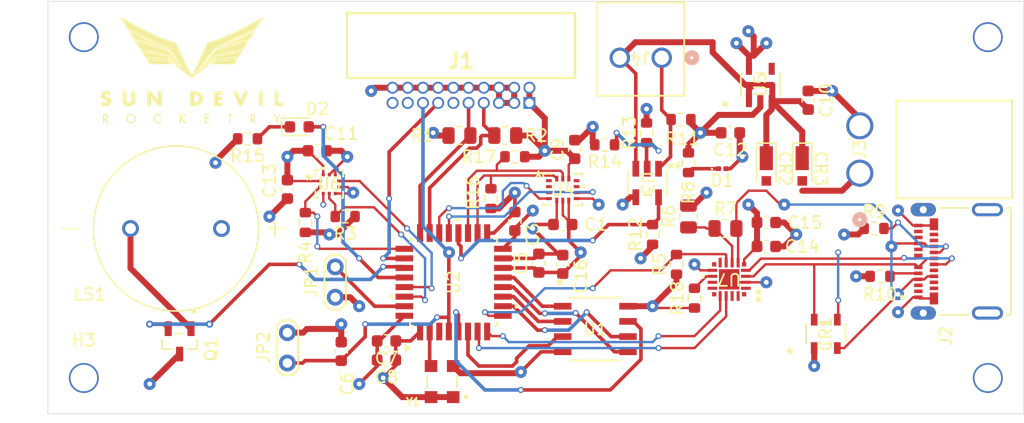
<source format=kicad_pcb>
(kicad_pcb (version 20241229) (generator "pcbnew") (generator_version "9.0")
  (layers (0 "F.Cu" signal) (4 "In1.Cu" power) (6 "In2.Cu" power) (2 "B.Cu" signal) (13 "F.Paste" user) (15 "B.Paste" user) (5 "F.SilkS" user "F.Silkscreen") (7 "B.SilkS" user "B.Silkscreen") (1 "F.Mask" user) (3 "B.Mask" user) (25 "Edge.Cuts" user))
  (net 0 "")
  (net 1 "OSC_IN")
  (net 3 "NRST")
  (net 4 "VIN")
  (net 5 "VBUS")
  (net 6 "DP+")
  (net 7 "DP-")
  (net 8 "LIPO_POWER")
  (net 9 "Net-(D1-K)")
  (net 10 "SWO")
  (net 12 "SWDIO")
  (net 15 "SWCLK")
  (net 26 "BOOT")
  (net 27 "BARO_SDA")
  (net 28 "BARO_SCK")
  (net 29 "Net-(U7-VBUS)")
  (net 30 "BRIDGE_RSTB")
  (net 31 "IMU_SDA")
  (net 32 "IMU_SCK")
  (net 33 "Net-(U7-WAKEUP)")
  (net 34 "FLASH_MOSI")
  (net 35 "FLASH_SCK")
  (net 36 "FLASH_CE")
  (net 37 "LIGHTS")
  (net 38 "FLASH_WP")
  (net 39 "Net-(D2-K)")
  (net 40 "Net-(J2-CC2)")
  (net 41 "FLASH_HOLD")
  (net 42 "FLASH_MISO")
  (net 43 "IMU_INT2")
  (net 45 "BRIDGE_RX")
  (net 47 "BARO_INT")
  (net 50 "IMU_INT1")
  (net 55 "BRIDGE_TX")
  (net 61 "Net-(Q1-D)")
  (net 62 "3.3V")
  (net 63 "GND")
  (net 64 "Net-(J2-CC1)")
  (net 65 "Net-(U3-+)")
  (net 66 "BUZZ")
  (net 67 "~{SWITCH}")
  (net 68 "Net-(U3--)")
  (footprint "Capacitor_SMD:C_0603_1608Metric" (layer "F.Cu") (at 125.5 103 -90)
    (property "Reference" "C16")
    (property "Value" "1uF" (hide yes))
  )
  (footprint "LED_SMD:LED_0201_0603Metric" (layer "F.Cu") (at 138.82 95)
    (property "Reference" "D1")
    (property "Value" "SML-LX1206GC-TR" (hide yes))
  )
  (footprint "Coolstuff:CONN2_647676-2_TEC" (layer "F.Cu") (at 150.305899 95.3751 90)
    (property "Reference" "J3")
    (property "Value" "647676-2")
  )
  (footprint "TestPoint:TestPoint_2Pads_Pitch2.54mm_Drill0.8mm" (layer "F.Cu") (at 106.5 105.75 90)
    (property "Reference" "JP1")
    (property "Value" "Jumper_2_Open" (hide yes))
  )
  (footprint "Capacitor_SMD:C_0603_1608Metric" (layer "F.Cu") (at 125.5 99.664401)
    (property "Reference" "C1")
    (property "Value" "100nF" (hide yes))
  )
  (footprint "Resistor_SMD:R_0603_1608Metric" (layer "F.Cu") (at 99.175 92.5 180)
    (property "Reference" "R15")
    (property "Value" "220" (hide yes))
  )
  (footprint "Capacitor_SMD:C_0603_1608Metric" (layer "F.Cu") (at 139.5 92 180)
    (property "Reference" "C12")
    (property "Value" "10uF" (hide yes))
  )
  (footprint "Capacitor_SMD:C_0603_1608Metric" (layer "F.Cu") (at 121.5 99.399999 -90)
    (property "Reference" "C3")
    (property "Value" "100nF" (hide yes))
  )
  (footprint "LED_SMD:LED_0603_1608Metric" (layer "F.Cu") (at 103.5 91.5)
    (property "Reference" "D2")
    (property "Value" "LED" (hide yes))
  )
  (footprint "Coolstuff:BMI323_BOS" (layer "F.Cu") (at 125.5 96.750001)
    (property "Reference" "U4")
    (property "Value" "BMI323")
  )
  (footprint "Capacitor_SMD:C_0603_1608Metric" (layer "F.Cu") (at 142.5 99.5)
    (property "Reference" "C15")
    (property "Value" "0.1uF" (hide yes))
  )
  (footprint "Capacitor_SMD:C_0603_1608Metric" (layer "F.Cu") (at 126.5 93.389401 90)
    (property "Reference" "C9")
    (property "Value" "100nF" (hide yes))
  )
  (footprint "Capacitor_SMD:C_0603_1608Metric" (layer "F.Cu") (at 123.5 102.899999 -90)
    (property "Reference" "C5")
    (property "Value" "10nF" (hide yes))
  )
  (footprint "Resistor_SMD:R_0603_1608Metric" (layer "F.Cu") (at 121.5 94)
    (property "Reference" "R17")
    (property "Value" "10k" (hide yes))
  )
  (footprint "Resistor_SMD:R_0603_1608Metric" (layer "F.Cu") (at 133 100.5 90)
    (property "Reference" "R12")
    (property "Value" "10k" (hide yes))
  )
  (footprint "Coolstuff:LQFP-32" (layer "F.Cu") (at 116.3852 104.5 90)
    (property "Reference" "U2")
    (property "Value" "STM32G441KBT6" (hide yes))
  )
  (footprint "Coolstuff:XDCR_AT-1438-TWT-R" (layer "F.Cu") (at 93.2 100 180)
    (property "Reference" "LS1")
    (property "Value" "AT-1438-TWT-R" (hide yes))
  )
  (footprint "Resistor_SMD:R_0805_2012Metric" (layer "F.Cu") (at 139.0875 100)
    (property "Reference" "R7")
    (property "Value" "22.1k" (hide yes))
  )
  (footprint "Resistor_SMD:R_0603_1608Metric" (layer "F.Cu") (at 104 99.5 90)
    (property "Reference" "R4")
    (property "Value" "4.7k" (hide yes))
  )
  (footprint "TestPoint:TestPoint_2Pads_Pitch2.54mm_Drill0.8mm" (layer "F.Cu") (at 102.5 111.25 90)
    (property "Reference" "JP2")
    (property "Value" "Jumper_2_Open" (hide yes))
  )
  (footprint "Resistor_SMD:R_0603_1608Metric" (layer "F.Cu") (at 107.325 99 180)
    (property "Reference" "R3")
    (property "Value" "4.7k" (hide yes))
  )
  (footprint "Capacitor_SMD:C_0603_1608Metric" (layer "F.Cu") (at 102.5 96.725 -90)
    (property "Reference" "C13")
    (property "Value" "100nF" (hide yes))
  )
  (footprint "Resistor_SMD:R_0805_2012Metric" (layer "F.Cu") (at 136 99 90)
    (property "Reference" "R6")
    (property "Value" "47.5k" (hide yes))
  )
  (footprint "Capacitor_SMD:C_0603_1608Metric" (layer "F.Cu") (at 107 110.275 90)
    (property "Reference" "C6")
    (property "Value" "0.1 uF" (hide yes))
  )
  (footprint "MountingHole:MountingHole_2.2mm_M2" (layer "F.Cu") (at 85.5 84)
    (property "Reference" "H4" (hide yes))
    (property "Value" "MountingHole" (hide yes))
  )
  (footprint "Resistor_SMD:R_0603_1608Metric" (layer "F.Cu") (at 152 104)
    (property "Reference" "R10")
    (property "Value" "5k" (hide yes))
  )
  (footprint "Resistor_SMD:R_0603_1608Metric" (layer "F.Cu") (at 135.374999 90.8876)
    (property "Reference" "R11")
    (property "Value" "10k" (hide yes))
  )
  (footprint "MountingHole:MountingHole_2.2mm_M2" (layer "F.Cu") (at 85.5 112.5)
    (property "Reference" "H3")
    (property "Value" "MountingHole" (hide yes))
  )
  (footprint "Resistor_SMD:R_0603_1608Metric" (layer "F.Cu") (at 129 93 180)
    (property "Reference" "R14")
    (property "Value" "10k" (hide yes))
  )
  (footprint "Devils20Pin:322020020000" (layer "F.Cu") (at 122.715 89.5 180)
    (property "Reference" "J1")
    (property "Value" "3220-20-0200-00" (hide yes))
  )
  (footprint "Coolstuff:CONN_1984617_PXC" (layer "F.Cu") (at 133.7666 85.725001 180)
    (property "Reference" "J4")
    (property "Value" "1984617")
  )
  (footprint "Resistor_SMD:R_0805_2012Metric" (layer "F.Cu") (at 116.8725 92.23)
    (property "Reference" "R1")
    (property "Value" "100k" (hide yes))
  )
  (footprint "Coolstuff:SOIC8_SA_SST_MCH" (layer "F.Cu") (at 128.22415 108.405)
    (property "Reference" "U1")
    (property "Value" "FLASH")
  )
  (footprint "Flight-Computer:Logo" (layer "F.Cu") (at 94.5 86.5)
    (property "Reference" "LOGO1" (hide yes))
    (property "Value" "Logo" (hide yes))
  )
  (footprint "Resistor_SMD:R_0603_1608Metric" (layer "F.Cu") (at 136 94.5 90)
    (property "Reference" "R8")
    (property "Value" "240" (hide yes))
  )
  (footprint "Coolstuff:TVS-SP05_LTF" (layer "F.Cu") (at 147.4652 108.81255 90)
    (property "Reference" "CR1")
    (property "Value" "SP0503BAHTG" (hide yes))
  )
  (footprint "Resistor_SMD:R_0805_2012Metric" (layer "F.Cu") (at 120.6975 92.23 180)
    (property "Reference" "R2")
    (property "Value" "100k" (hide yes))
  )
  (footprint "Capacitor_SMD:C_0603_1608Metric" (layer "F.Cu") (at 110.775 109.399999 180)
    (property "Reference" "C7")
    (property "Value" "100nF" (hide yes))
  )
  (footprint "Resistor_SMD:R_0603_1608Metric" (layer "F.Cu") (at 151.5 100)
    (property "Reference" "R9")
    (property "Value" "5k" (hide yes))
  )
  (footprint "Coolstuff:SOT23-5LD-PL-1_MCH" (layer "F.Cu") (at 142 88 90)
    (property "Reference" "U5")
    (property "Value" "MIC5501-3.0YM5-TR" (hide yes))
  )
  (footprint "Resistor_SMD:R_0603_1608Metric" (layer "F.Cu") (at 132.5 92 90)
    (property "Reference" "R13")
    (property "Value" "1k" (hide yes))
  )
  (footprint "Coolstuff:SOT23-5_STM" (layer "F.Cu") (at 132.549999 96.1938 -90)
    (property "Reference" "U3")
    (property "Value" "~")
  )
  (footprint "Capacitor_SMD:C_0603_1608Metric" (layer "F.Cu") (at 146 89.275 90)
    (property "Reference" "C10")
    (property "Value" "10uF" (hide yes))
  )
  (footprint "Coolstuff:QFN20_CP2102N_SIL" (layer "F.Cu") (at 139.397 104.250189 180)
    (property "Reference" "U7")
    (property "Value" "USB CHIP" (hide yes))
  )
  (footprint "Coolstuff:OSC_ECS-327TXO-33-TR" (layer "F.Cu") (at 115.425 112.8 180)
    (property "Reference" "Y1")
    (property "Value" "ECS-327TXO-33-TR" (hide yes))
  )
  (footprint "Coolstuff:SOT95P240X111-3N" (layer "F.Cu") (at 93.5 109.44 -90)
    (property "Reference" "Q1")
    (property "Value" "NMOS")
  )
  (footprint "Resistor_SMD:R_0603_1608Metric" (layer "F.Cu") (at 135 103 90)
    (property "Reference" "R5")
    (property "Value" "10k" (hide yes))
  )
  (footprint "Capacitor_SMD:C_0603_1608Metric" (layer "F.Cu") (at 142.5 101.5)
    (property "Reference" "C14")
    (property "Value" "4.7uF" (hide yes))
  )
  (footprint "Capacitor_SMD:C_0603_1608Metric" (layer "F.Cu") (at 110.775 111 180)
    (property "Reference" "C8")
    (property "Value" "4.7uF" (hide yes))
  )
  (footprint "Resistor_SMD:R_0603_1608Metric" (layer "F.Cu") (at 136.5 105.825 90)
    (property "Reference" "R18")
    (property "Value" "10k" (hide yes))
  )
  (footprint "Coolstuff:10LGA_2X2X0p75_BOS" (layer "F.Cu") (at 106.000001 96.2874)
    (property "Reference" "U6")
    (property "Value" "BMP390")
  )
  (footprint "Capacitor_SMD:C_0603_1608Metric" (layer "F.Cu") (at 105 93.5)
    (property "Reference" "C11")
    (property "Value" "100nF" (hide yes))
  )
  (footprint "Coolstuff:AMPHENOL_10152803-00011LF" (layer "F.Cu") (at 160.97 102.75 90)
    (property "Reference" "J2")
    (property "Value" "USB PLUG" (hide yes))
    (fp_line (start 4.62 -5.86) (end 4.62 -4.86) (stroke (width 0.01)) (layer "Edge.Cuts"))
    (fp_line (start -4.02 -5.86) (end -4.02 -4.86) (stroke (width 0.01)) (layer "Edge.Cuts"))
    (fp_line (start 4.02 -4.86) (end 4.02 -5.86) (stroke (width 0.01)) (layer "Edge.Cuts"))
    (fp_line (start -4.62 -4.86) (end -4.62 -5.86) (stroke (width 0.01)) (layer "Edge.Cuts"))
    (fp_arc (start 4.32 -6.16) (mid 4.532132 -6.072132) (end 4.62 -5.86) (stroke (width 0.01)) (layer "Edge.Cuts"))
    (fp_arc (start -4.32 -6.16) (mid -4.107868 -6.072132) (end -4.02 -5.86) (stroke (width 0.01)) (layer "Edge.Cuts"))
    (fp_arc (start 4.02 -5.86) (mid 4.107868 -6.072132) (end 4.32 -6.16) (stroke (width 0.01)) (layer "Edge.Cuts"))
    (fp_arc (start -4.62 -5.86) (mid -4.532132 -6.072132) (end -4.32 -6.16) (stroke (width 0.01)) (layer "Edge.Cuts"))
    (fp_arc (start 4.62 -4.86) (mid 4.532132 -4.647868) (end 4.32 -4.56) (stroke (width 0.01)) (layer "Edge.Cuts"))
    (fp_arc (start -4.02 -4.86) (mid -4.107868 -4.647868) (end -4.32 -4.56) (stroke (width 0.01)) (layer "Edge.Cuts"))
    (fp_arc (start 4.32 -4.56) (mid 4.107868 -4.647868) (end 4.02 -4.86) (stroke (width 0.01)) (layer "Edge.Cuts"))
    (fp_arc (start -4.32 -4.56) (mid -4.532132 -4.647868) (end -4.62 -4.86) (stroke (width 0.01)) (layer "Edge.Cuts"))
  )
  (footprint "MountingHole:MountingHole_2.2mm_M2" (layer "F.Cu") (at 161 112.5)
    (property "Reference" "H2" (hide yes))
    (property "Value" "MountingHole" (hide yes))
  )
  (footprint "Diode_SMD:D_MicroSMP_AK" (layer "F.Cu") (at 142.5 95 -90)
    (property "Reference" "CR2")
    (property "Value" "MSS1P3L-M3/89A")
  )
  (footprint "Diode_SMD:D_MicroSMP_AK" (layer "F.Cu") (at 145.5 95 -90)
    (property "Reference" "CR3")
    (property "Value" "MSS1P3L-M3/89A")
  )
  (footprint "Resistor_SMD:R_0603_1608Metric" (layer "F.Cu") (at 119.5 97.5 90)
    (property "Reference" "R16")
    (property "Value" "10k" (hide yes))
  )
  (footprint "MountingHole:MountingHole_2.2mm_M2" (layer "F.Cu") (at 161 84)
    (property "Reference" "H1" (hide yes))
    (property "Value" "MountingHole" (hide yes))
  )
  (gr_line (start 164 115.5) (end 164 81) (stroke (width 0.05)) (layer "Edge.Cuts"))
  (gr_line (start 82.5 115.5) (end 164 115.5) (stroke (width 0.05)) (layer "Edge.Cuts"))
  (gr_line (start 82.5 81) (end 82.5 115.5) (stroke (width 0.05)) (layer "Edge.Cuts"))
  (gr_line (start 164 81) (end 82.5 81) (stroke (width 0.05)) (layer "Edge.Cuts"))
  (segment (start 114.385199 111.385199) (end 114.5 111.5) (width 0.3) (layer "F.Cu") (net 1))
  (segment (start 114.385199 108.6148) (end 114.385199 111.385199) (width 0.3) (layer "F.Cu") (net 1))
  (segment (start 109 109.05) (end 109 108) (width 0.3) (layer "F.Cu") (net 3))
  (segment (start 115 107.428198) (end 115.913399 107.428198) (width 0.3) (layer "F.Cu") (net 3))
  (segment (start 107 111.05) (end 109 109.05) (width 0.3) (layer "F.Cu") (net 3))
  (segment (start 115.985201 108.6148) (end 115.985201 107.5) (width 0.3) (layer "F.Cu") (net 3))
  (segment (start 115.985201 102.014799) (end 116 102) (width 0.3) (layer "F.Cu") (net 3))
  (segment (start 115.913399 107.428198) (end 115.985201 107.5) (width 0.3) (layer "F.Cu") (net 3))
  (segment (start 103.775 111.25) (end 103.975 111.05) (width 0.3) (layer "F.Cu") (net 3))
  (segment (start 102.5 111.25) (end 103.775 111.25) (width 0.3) (layer "F.Cu") (net 3))
  (segment (start 103.975 111.05) (end 107 111.05) (width 0.3) (layer "F.Cu") (net 3))
  (segment (start 115.985201 107.5) (end 115.985201 102.014799) (width 0.3) (layer "F.Cu") (net 3))
  (via (at 109 108) (size 0.5) (drill 0.3) (layers "F.Cu" "B.Cu") (net 3))
  (via (at 116 102) (size 1) (drill 0.4) (layers "F.Cu" "B.Cu") (net 3))
  (via (at 115 107.428198) (size 0.5) (drill 0.3) (layers "F.Cu" "B.Cu") (net 3))
  (segment (start 109 108) (end 114.428198 108) (width 0.3) (layer "B.Cu") (net 3))
  (segment (start 114.428198 108) (end 115 107.428198) (width 0.3) (layer "B.Cu") (net 3))
  (segment (start 116 102) (end 113.825 99.825) (width 0.3) (layer "B.Cu") (net 3))
  (segment (start 113.825 99.825) (end 113.825 89.5) (width 0.3) (layer "B.Cu") (net 3))
  (segment (start 140.744899 88) (end 142 88) (width 0.5) (layer "F.Cu") (net 4))
  (segment (start 146 90.05) (end 145.30255 89.35255) (width 0.5) (layer "F.Cu") (net 4))
  (segment (start 145.5 91.9004) (end 145.497851 91.9004) (width 0.5) (layer "F.Cu") (net 4))
  (segment (start 143 89.302551) (end 142.950001 89.35255) (width 0.5) (layer "F.Cu") (net 4))
  (segment (start 138.022701 84.423101) (end 138.022701 85.277802) (width 0.5) (layer "F.Cu") (net 4))
  (segment (start 141.400899 88) (end 142 88) (width 0.5) (layer "F.Cu") (net 4))
  (segment (start 142 88) (end 143 88) (width 0.5) (layer "F.Cu") (net 4))
  (segment (start 138.022701 85.277802) (end 140.744899 88) (width 0.5) (layer "F.Cu") (net 4))
  (segment (start 131.568498 84.423101) (end 130.266598 85.725001) (width 0.5) (layer "F.Cu") (net 4))
  (segment (start 145.5 93.1585) (end 145.5 91.9004) (width 0.5) (layer "F.Cu") (net 4))
  (segment (start 131.599998 87.058401) (end 130.266598 85.725001) (width 0.3) (layer "F.Cu") (net 4))
  (segment (start 142.5 93.1585) (end 142.5 90.5004) (width 0.5) (layer "F.Cu") (net 4))
  (segment (start 138.022701 84.423101) (end 131.568498 84.423101) (width 0.5) (layer "F.Cu") (net 4))
  (segment (start 141.049999 89.35255) (end 141.049999 88.3509) (width 0.5) (layer "F.Cu") (net 4))
  (segment (start 142.5 90.5004) (end 142.950001 90.050399) (width 0.5) (layer "F.Cu") (net 4))
  (segment (start 131.599998 95) (end 131.599998 87.058401) (width 0.3) (layer "F.Cu") (net 4))
  (segment (start 143 88) (end 143 89.302551) (width 0.5) (layer "F.Cu") (net 4))
  (segment (start 145.497851 91.9004) (end 142.950001 89.35255) (width 0.5) (layer "F.Cu") (net 4))
  (segment (start 142.950001 90.050399) (end 142.950001 89.35255) (width 0.5) (layer "F.Cu") (net 4))
  (segment (start 145.30255 89.35255) (end 142.950001 89.35255) (width 0.5) (layer "F.Cu") (net 4))
  (segment (start 141.049999 88.3509) (end 141.400899 88) (width 0.5) (layer "F.Cu") (net 4))
  (segment (start 156.5 104) (end 155.95 104) (width 0.2) (layer "F.Cu") (net 5))
  (segment (start 155.2 101.25) (end 153.199 101.25) (width 0.2) (layer "F.Cu") (net 5))
  (segment (start 149 110) (end 153.5 105.5) (width 0.2) (layer "F.Cu") (net 5))
  (segment (start 155.2 104.25) (end 154.75 104.25) (width 0.2) (layer "F.Cu") (net 5))
  (segment (start 144 98) (end 143.6585 98) (width 0.2) (layer "F.Cu") (net 5))
  (segment (start 155.95 101.5) (end 155.7 101.25) (width 0.2) (layer "F.Cu") (net 5))
  (segment (start 156.5 101.5) (end 155.95 101.5) (width 0.2) (layer "F.Cu") (net 5))
  (segment (start 153.199 101.25) (end 152.949 101.5) (width 0.2) (layer "F.Cu") (net 5))
  (segment (start 148.4304 110) (end 149 110) (width 0.2) (layer "F.Cu") (net 5))
  (segment (start 140 100) (end 140.147189 100.147189) (width 0.2) (layer "F.Cu") (net 5))
  (segment (start 154.75 104.25) (end 153.5 105.5) (width 0.2) (layer "F.Cu") (net 5))
  (segment (start 143.6585 98) (end 142.5 96.8415) (width 0.2) (layer "F.Cu") (net 5))
  (segment (start 155.7 104.25) (end 155.2 104.25) (width 0.2) (layer "F.Cu") (net 5))
  (segment (start 141.025714 96.8415) (end 140 97.867214) (width 0.2) (layer "F.Cu") (net 5))
  (segment (start 142.5 96.8415) (end 141.025714 96.8415) (width 0.2) (layer "F.Cu") (net 5))
  (segment (start 155.95 104) (end 155.7 104.25) (width 0.2) (layer "F.Cu") (net 5))
  (segment (start 140.147189 100.147189) (end 140.147189 102.853189) (width 0.2) (layer "F.Cu") (net 5))
  (segment (start 155.7 101.25) (end 155.2 101.25) (width 0.2) (layer "F.Cu") (net 5))
  (segment (start 140 97.867214) (end 140 100) (width 0.2) (layer "F.Cu") (net 5))
  (via (at 152.949 101.5) (size 1) (drill 0.4) (layers "F.Cu" "B.Cu") (net 5))
  (via (at 144 98) (size 1) (drill 0.4) (layers "F.Cu" "B.Cu") (net 5))
  (via (at 153.5 105.5) (size 1) (drill 0.4) (layers "F.Cu" "B.Cu") (net 5))
  (segment (start 152.949 104.949) (end 152.949 101.5) (width 0.2) (layer "B.Cu") (net 5))
  (segment (start 152.949 101.5) (end 152.949 99.5) (width 0.2) (layer "B.Cu") (net 5))
  (segment (start 151.449 98) (end 144 98) (width 0.2) (layer "B.Cu") (net 5))
  (segment (start 153.5 105.5) (end 152.949 104.949) (width 0.2) (layer "B.Cu") (net 5))
  (segment (start 152.949 99.5) (end 151.449 98) (width 0.2) (layer "B.Cu") (net 5))
  (segment (start 146.5 103) (end 142.4294 103) (width 0.2) (layer "F.Cu") (net 6))
  (segment (start 142.4294 103) (end 141.429274 104.000126) (width 0.2) (layer "F.Cu") (net 6))
  (segment (start 156.5 102.5) (end 155.95 102.5) (width 0.2) (layer "F.Cu") (net 6))
  (segment (start 154.95 103) (end 146.5 103) (width 0.2) (layer "F.Cu") (net 6))
  (segment (start 146.5 107.6251) (end 146.5 103) (width 0.2) (layer "F.Cu") (net 6))
  (segment (start 155.2 103.25) (end 154.95 103) (width 0.2) (layer "F.Cu") (net 6))
  (segment (start 141.429274 104.000126) (end 140.794 104.000126) (width 0.2) (layer "F.Cu") (net 6))
  (segment (start 155.95 102.5) (end 155.2 103.25) (width 0.2) (layer "F.Cu") (net 6))
  (segment (start 155.2 102.25) (end 154.928672 102.521328) (width 0.2) (layer "F.Cu") (net 7))
  (segment (start 142.052072 102.521328) (end 141.0734 103.5) (width 0.2) (layer "F.Cu") (net 7))
  (segment (start 148.5 107.5555) (end 148.4304 107.6251) (width 0.2) (layer "F.Cu") (net 7))
  (segment (start 148.5 102.521328) (end 148.5 102) (width 0.2) (layer "F.Cu") (net 7))
  (segment (start 157.5 103) (end 158 102.5) (width 0.2) (layer "F.Cu") (net 7))
  (segment (start 154.928672 102.521328) (end 148.5 102.521328) (width 0.2) (layer "F.Cu") (net 7))
  (segment (start 156.5 103) (end 157.5 103) (width 0.2) (layer "F.Cu") (net 7))
  (segment (start 148.5 102.521328) (end 142.052072 102.521328) (width 0.2) (layer "F.Cu") (net 7))
  (segment (start 141.0734 103.5) (end 140.794 103.5) (width 0.2) (layer "F.Cu") (net 7))
  (segment (start 148.5 106) (end 148.5 107.5555) (width 0.2) (layer "F.Cu") (net 7))
  (via (at 158 102.5) (size 0.5) (drill 0.3) (layers "F.Cu" "B.Cu") (net 7))
  (via (at 148.5 102) (size 0.5) (drill 0.3) (layers "F.Cu" "B.Cu") (net 7))
  (via (at 154 102.45) (size 0.5) (drill 0.3) (layers "F.Cu" "B.Cu") (net 7))
  (via (at 148.5 106) (size 0.5) (drill 0.3) (layers "F.Cu" "B.Cu") (net 7))
  (segment (start 158 102.5) (end 154.05 102.5) (width 0.2) (layer "B.Cu") (net 7))
  (segment (start 154.05 102.5) (end 154 102.45) (width 0.2) (layer "B.Cu") (net 7))
  (segment (start 148.5 102) (end 148.5 106) (width 0.2) (layer "B.Cu") (net 7))
  (segment (start 148.839499 96.8415) (end 150.305899 95.3751) (width 0.5) (layer "F.Cu") (net 8))
  (segment (start 145.5 96.8415) (end 148.839499 96.8415) (width 0.5) (layer "F.Cu") (net 8))
  (segment (start 136.325 95) (end 136 95.325) (width 0.3) (layer "F.Cu") (net 9))
  (segment (start 138.5 95) (end 136.325 95) (width 0.3) (layer "F.Cu") (net 9))
  (segment (start 110.5 102.5) (end 112.2704 102.499999) (width 0.3) (layer "F.Cu") (net 10))
  (segment (start 115.095 89.5) (end 111 93.595) (width 0.3) (layer "F.Cu") (net 10))
  (segment (start 111 93.595) (end 111 97.5) (width 0.3) (layer "F.Cu") (net 10))
  (via (at 111 97.5) (size 0.5) (drill 0.3) (layers "F.Cu" "B.Cu") (net 10))
  (via (at 110.5 102.5) (size 0.5) (drill 0.3) (layers "F.Cu" "B.Cu") (net 10))
  (segment (start 111 102) (end 110.5 102.5) (width 0.3) (layer "B.Cu") (net 10))
  (segment (start 111 97.5) (end 111 102) (width 0.3) (layer "B.Cu") (net 10))
  (segment (start 118.905 89.5) (end 118.905 91.35) (width 0.3) (layer "F.Cu") (net 12))
  (segment (start 114.385201 96.614799) (end 114.385201 100.3852) (width 0.3) (layer "F.Cu") (net 12))
  (segment (start 117.719 93.281) (end 114.385201 96.614799) (width 0.3) (layer "F.Cu") (net 12))
  (segment (start 118.6485 92.3515) (end 118.6485 92.93587) (width 0.3) (layer "F.Cu") (net 12))
  (segment (start 118.6485 92.93587) (end 118.30337 93.281) (width 0.3) (layer "F.Cu") (net 12))
  (segment (start 118.905 91.35) (end 119.785 92.23) (width 0.3) (layer "F.Cu") (net 12))
  (segment (start 119.785 92.23) (end 118.77 92.23) (width 0.3) (layer "F.Cu") (net 12))
  (segment (start 118.30337 93.281) (end 117.719 93.281) (width 0.3) (layer "F.Cu") (net 12))
  (segment (start 118.77 92.23) (end 118.6485 92.3515) (width 0.3) (layer "F.Cu") (net 12))
  (segment (start 117.785 92.23) (end 113.585201 96.429799) (width 0.3) (layer "F.Cu") (net 15))
  (segment (start 113.585201 96.429799) (end 113.585201 100.3852) (width 0.3) (layer "F.Cu") (net 15))
  (segment (start 117.635 89.5) (end 117.635 92.08) (width 0.3) (layer "F.Cu") (net 15))
  (segment (start 117.635 92.08) (end 117.785 92.23) (width 0.3) (layer "F.Cu") (net 15))
  (segment (start 106.5 103.21) (end 109.789999 106.499999) (width 0.3) (layer "F.Cu") (net 26))
  (segment (start 109.789999 106.499999) (end 112.2704 106.499999) (width 0.3) (layer "F.Cu") (net 26))
  (segment (start 106.5 99) (end 107.276 98.224) (width 0.2) (layer "F.Cu") (net 27))
  (segment (start 106.5 98) (end 106.5 99) (width 0.2) (layer "F.Cu") (net 27))
  (segment (start 113.7 105.7) (end 112.2704 105.7) (width 0.2) (layer "F.Cu") (net 27))
  (segment (start 114 106) (end 113.7 105.7) (width 0.2) (layer "F.Cu") (net 27))
  (segment (start 109.724 98.224) (end 112 100.5) (width 0.2) (layer "F.Cu") (net 27))
  (segment (start 107.276 98.224) (end 109.724 98.224) (width 0.2) (layer "F.Cu") (net 27))
  (segment (start 106.000001 97.500001) (end 106.5 98) (width 0.2) (layer "F.Cu") (net 27))
  (segment (start 106.000001 97.0748) (end 106.000001 97.500001) (width 0.2) (layer "F.Cu") (net 27))
  (via (at 112 100.5) (size 0.5) (drill 0.3) (layers "F.Cu" "B.Cu") (net 27))
  (via (at 114 106) (size 0.5) (drill 0.3) (layers "F.Cu" "B.Cu") (net 27))
  (segment (start 112 100.5) (end 114 102.5) (width 0.2) (layer "B.Cu") (net 27))
  (segment (start 114 102.5) (end 114 106) (width 0.2) (layer "B.Cu") (net 27))
  (segment (start 104 97.750001) (end 104 98.675) (width 0.2) (layer "F.Cu") (net 28))
  (segment (start 104.675 98.675) (end 105 99) (width 0.2) (layer "F.Cu") (net 28))
  (segment (start 105 101.5) (end 105.200001 101.700001) (width 0.2) (layer "F.Cu") (net 28))
  (segment (start 104 98.675) (end 104.675 98.675) (width 0.2) (layer "F.Cu") (net 28))
  (segment (start 105.200001 101.700001) (end 112.2704 101.700001) (width 0.2) (layer "F.Cu") (net 28))
  (segment (start 105.212601 96.5374) (end 104 97.750001) (width 0.2) (layer "F.Cu") (net 28))
  (via (at 105 101.5) (size 0.5) (drill 0.3) (layers "F.Cu" "B.Cu") (net 28))
  (via (at 105 99) (size 0.5) (drill 0.3) (layers "F.Cu" "B.Cu") (net 28))
  (segment (start 105 99) (end 105 101.5) (width 0.2) (layer "B.Cu") (net 28))
  (segment (start 139.647063 102.853189) (end 139.647063 101.472063) (width 0.2) (layer "F.Cu") (net 29))
  (segment (start 137.4125 99.9125) (end 136 99.9125) (width 0.2) (layer "F.Cu") (net 29))
  (segment (start 138.175 100) (end 137.5 100) (width 0.2) (layer "F.Cu") (net 29))
  (segment (start 137.5 100) (end 137.4125 99.9125) (width 0.2) (layer "F.Cu") (net 29))
  (segment (start 139.647063 101.472063) (end 138.175 100) (width 0.2) (layer "F.Cu") (net 29))
  (segment (start 139.074811 102.145789) (end 135.029211 102.145789) (width 0.2) (layer "F.Cu") (net 30))
  (segment (start 119 107) (end 119.299999 107.299999) (width 0.2) (layer "F.Cu") (net 30))
  (segment (start 128 105) (end 129.5 103.5) (width 0.2) (layer "F.Cu") (net 30))
  (segment (start 119.299999 107.299999) (end 120.5 107.299999) (width 0.2) (layer "F.Cu") (net 30))
  (segment (start 129.5 103.5) (end 133.675 103.5) (width 0.2) (layer "F.Cu") (net 30))
  (segment (start 139.146937 102.853189) (end 139.146937 102.217915) (width 0.2) (layer "F.Cu") (net 30))
  (segment (start 139.146937 102.217915) (end 139.074811 102.145789) (width 0.2) (layer "F.Cu") (net 30))
  (segment (start 135.029211 102.145789) (end 135 102.175) (width 0.2) (layer "F.Cu") (net 30))
  (segment (start 133.675 103.5) (end 135 102.175) (width 0.2) (layer "F.Cu") (net 30))
  (via (at 119 107) (size 0.5) (drill 0.3) (layers "F.Cu" "B.Cu") (net 30))
  (via (at 128 105) (size 0.5) (drill 0.3) (layers "F.Cu" "B.Cu") (net 30))
  (segment (start 124 105) (end 122 107) (width 0.2) (layer "B.Cu") (net 30))
  (segment (start 122 107) (end 119 107) (width 0.2) (layer "B.Cu") (net 30))
  (segment (start 128 105) (end 124 105) (width 0.2) (layer "B.Cu") (net 30))
  (segment (start 124.7364 95.572) (end 119.5 95.572) (width 0.2) (layer "F.Cu") (net 31))
  (segment (start 118.928 95.572) (end 118.385201 96.114799) (width 0.2) (layer "F.Cu") (net 31))
  (segment (start 119.5 95.572) (end 118.928 95.572) (width 0.2) (layer "F.Cu") (net 31))
  (segment (start 118.385201 96.114799) (end 118.385201 100.3852) (width 0.2) (layer "F.Cu") (net 31))
  (segment (start 119.5 95.572) (end 119.5 96.675) (width 0.2) (layer "F.Cu") (net 31))
  (segment (start 125.000001 95.835601) (end 124.7364 95.572) (width 0.2) (layer "F.Cu") (net 31))
  (segment (start 117.5852 95.9148) (end 117.5852 100.3852) (width 0.2) (layer "F.Cu") (net 32))
  (segment (start 118.329 95.171) (end 117.5852 95.9148) (width 0.2) (layer "F.Cu") (net 32))
  (segment (start 120 95.171) (end 120 94.675) (width 0.2) (layer "F.Cu") (net 32))
  (segment (start 120 95.171) (end 118.329 95.171) (width 0.2) (layer "F.Cu") (net 32))
  (segment (start 125.5 95.835601) (end 125.5 95.3653) (width 0.2) (layer "F.Cu") (net 32))
  (segment (start 120 94.675) (end 120.675 94) (width 0.2) (layer "F.Cu") (net 32))
  (segment (start 125.3057 95.171) (end 120 95.171) (width 0.2) (layer "F.Cu") (net 32))
  (segment (start 125.5 95.3653) (end 125.3057 95.171) (width 0.2) (layer "F.Cu") (net 32))
  (segment (start 137.499874 104.000126) (end 136.5 105) (width 0.2) (layer "F.Cu") (net 33))
  (segment (start 138 104.000126) (end 137.499874 104.000126) (width 0.2) (layer "F.Cu") (net 33))
  (segment (start 129.824321 110.31) (end 130.9483 110.31) (width 0.3) (layer "F.Cu") (net 34))
  (segment (start 121.37171 104.899999) (end 123.571711 107.1) (width 0.3) (layer "F.Cu") (net 34))
  (segment (start 120.5 104.899999) (end 121.37171 104.899999) (width 0.3) (layer "F.Cu") (net 34))
  (segment (start 123.571711 107.1) (end 124 107.1) (width 0.3) (layer "F.Cu") (net 34))
  (segment (start 126.578598 107.064277) (end 129.824321 110.31) (width 0.3) (layer "F.Cu") (net 34))
  (via (at 124 107.1) (size 0.5) (drill 0.3) (layers "F.Cu" "B.Cu") (net 34))
  (via (at 126.578598 107.064277) (size 0.5) (drill 0.3) (layers "F.Cu" "B.Cu") (net 34))
  (segment (start 124 107.1) (end 126.542875 107.1) (width 0.3) (layer "B.Cu") (net 34))
  (segment (start 126.542875 107.1) (end 126.578598 107.064277) (width 0.3) (layer "B.Cu") (net 34))
  (segment (start 120.5 106.500001) (end 121.392602 106.500001) (width 0.3) (layer "F.Cu") (net 35))
  (segment (start 121.392602 106.500001) (end 123.392601 108.5) (width 0.3) (layer "F.Cu") (net 35))
  (segment (start 127.5 107) (end 129.54 109.04) (width 0.3) (layer "F.Cu") (net 35))
  (segment (start 129.54 109.04) (end 130.9483 109.04) (width 0.3) (layer "F.Cu") (net 35))
  (segment (start 123.392601 108.5) (end 124 108.5) (width 0.3) (layer "F.Cu") (net 35))
  (via (at 124 108.5) (size 0.5) (drill 0.3) (layers "F.Cu" "B.Cu") (net 35))
  (via (at 127.5 107) (size 0.5) (drill 0.3) (layers "F.Cu" "B.Cu") (net 35))
  (segment (start 126 108.5) (end 127.5 107) (width 0.3) (layer "B.Cu") (net 35))
  (segment (start 124 108.5) (end 126 108.5) (width 0.3) (layer "B.Cu") (net 35))
  (segment (start 123.792601 106.5) (end 121.392602 104.100001) (width 0.3) (layer "F.Cu") (net 36))
  (segment (start 121.392602 104.100001) (end 120.5 104.100001) (width 0.3) (layer "F.Cu") (net 36))
  (segment (start 125.5 106.5) (end 123.792601 106.5) (width 0.3) (layer "F.Cu") (net 36))
  (segment (start 112.2704 104.100001) (end 110.100001 104.100001) (width 0.3) (layer "F.Cu") (net 37))
  (segment (start 105.5 91.5) (end 104.2875 91.5) (width 0.3) (layer "F.Cu") (net 37))
  (segment (start 110.100001 104.100001) (end 108.5 102.5) (width 0.3) (layer "F.Cu") (net 37))
  (via (at 108.5 102.5) (size 0.5) (drill 0.3) (layers "F.Cu" "B.Cu") (net 37))
  (via (at 105.5 91.5) (size 0.5) (drill 0.3) (layers "F.Cu" "B.Cu") (net 37))
  (segment (start 107.147504 101.147504) (end 108.5 102.5) (width 0.3) (layer "B.Cu") (net 37))
  (segment (start 105.5 93.908488) (end 107.147504 95.555992) (width 0.3) (layer "B.Cu") (net 37))
  (segment (start 107.147504 95.555992) (end 107.147504 101.147504) (width 0.3) (layer "B.Cu") (net 37))
  (segment (start 105.5 91.5) (end 105.5 93.908488) (width 0.3) (layer "B.Cu") (net 37))
  (segment (start 121.647504 110.852496) (end 121.647504 111.149) (width 0.3) (layer "F.Cu") (net 38))
  (segment (start 117.5852 110.5852) (end 117.5852 108.6148) (width 0.3) (layer "F.Cu") (net 38))
  (segment (start 122.691 109.809) (end 121.647504 110.852496) (width 0.3) (layer "F.Cu") (net 38))
  (segment (start 125.5 109.04) (end 125.04915 109.04) (width 0.3) (layer "F.Cu") (net 38))
  (segment (start 121.647504 111.149) (end 121.296504 111.5) (width 0.3) (layer "F.Cu") (net 38))
  (segment (start 118.5 111.5) (end 117.5852 110.5852) (width 0.3) (layer "F.Cu") (net 38))
  (segment (start 125.04915 109.04) (end 124.28015 109.809) (width 0.3) (layer "F.Cu") (net 38))
  (segment (start 121.296504 111.5) (end 118.5 111.5) (width 0.3) (layer "F.Cu") (net 38))
  (segment (start 124.28015 109.809) (end 122.691 109.809) (width 0.3) (layer "F.Cu") (net 38))
  (segment (start 101 91.5) (end 100 92.5) (width 0.3) (layer "F.Cu") (net 39))
  (segment (start 102.7125 91.5) (end 101 91.5) (width 0.3) (layer "F.Cu") (net 39))
  (segment (start 156.5 102) (end 157 102) (width 0.2) (layer "F.Cu") (net 40))
  (segment (start 157 102) (end 157.5 101.5) (width 0.2) (layer "F.Cu") (net 40))
  (segment (start 153 100) (end 153.5 99.5) (width 0.2) (layer "F.Cu") (net 40))
  (segment (start 152.325 100) (end 153 100) (width 0.2) (layer "F.Cu") (net 40))
  (via (at 153.5 99.5) (size 0.5) (drill 0.3) (layers "F.Cu" "B.Cu") (net 40))
  (via (at 157.5 101.5) (size 0.5) (drill 0.3) (layers "F.Cu" "B.Cu") (net 40))
  (segment (start 155.5 101.5) (end 153.5 99.5) (width 0.2) (layer "B.Cu") (net 40))
  (segment (start 157.5 101.5) (end 155.5 101.5) (width 0.2) (layer "B.Cu") (net 40))
  (segment (start 116.785199 107.199998) (end 116.785199 108.6148) (width 0.3) (layer "F.Cu") (net 41))
  (segment (start 132.02955 108.4004) (end 132.02955 110.9404) (width 0.3) (layer "F.Cu") (net 41))
  (segment (start 129.46995 113.5) (end 122 113.5) (width 0.3) (layer "F.Cu") (net 41))
  (segment (start 116.585201 107) (end 116.785199 107.199998) (width 0.3) (layer "F.Cu") (net 41))
  (segment (start 130.9483 107.77) (end 131.39915 107.77) (width 0.3) (layer "F.Cu") (net 41))
  (segment (start 132.02955 110.9404) (end 129.46995 113.5) (width 0.3) (layer "F.Cu") (net 41))
  (segment (start 131.39915 107.77) (end 132.02955 108.4004) (width 0.3) (layer "F.Cu") (net 41))
  (via (at 116.585201 107) (size 0.5) (drill 0.3) (layers "F.Cu" "B.Cu") (net 41))
  (via (at 122 113.5) (size 0.5) (drill 0.3) (layers "F.Cu" "B.Cu") (net 41))
  (segment (start 122 113.5) (end 119 113.5) (width 0.3) (layer "B.Cu") (net 41))
  (segment (start 119 113.5) (end 116.585201 111.085201) (width 0.3) (layer "B.Cu") (net 41))
  (segment (start 116.585201 111.085201) (end 116.585201 107) (width 0.3) (layer "B.Cu") (net 41))
  (segment (start 123.462599 107.77) (end 121.392599 105.7) (width 0.3) (layer "F.Cu") (net 42))
  (segment (start 121.392599 105.7) (end 120.5 105.7) (width 0.3) (layer "F.Cu") (net 42))
  (segment (start 125.5 107.77) (end 123.462599 107.77) (width 0.3) (layer "F.Cu") (net 42))
  (segment (start 115.920771 98.299997) (end 115.1852 99.035568) (width 0.2) (layer "F.Cu") (net 43))
  (segment (start 116 98.299997) (end 115.920771 98.299997) (width 0.2) (layer "F.Cu") (net 43))
  (segment (start 115.1852 99.035568) (end 115.1852 100.3852) (width 0.2) (layer "F.Cu") (net 43))
  (segment (start 123.535374 97.500002) (end 122.475805 96.440433) (width 0.2) (layer "F.Cu") (net 43))
  (segment (start 124.3443 97.500002) (end 123.535374 97.500002) (width 0.2) (layer "F.Cu") (net 43))
  (via (at 116 98.299997) (size 0.5) (drill 0.3) (layers "F.Cu" "B.Cu") (net 43))
  (via (at 122.475805 96.440433) (size 0.5) (drill 0.3) (layers "F.Cu" "B.Cu") (net 43))
  (segment (start 122.475805 96.440433) (end 122.234372 96.199) (width 0.2) (layer "B.Cu") (net 43))
  (segment (start 121.168214 96.199) (end 120.5 96.867214) (width 0.2) (layer "B.Cu") (net 43))
  (segment (start 122.234372 96.199) (end 121.168214 96.199) (width 0.2) (layer "B.Cu") (net 43))
  (segment (start 120.200003 98.299997) (end 116 98.299997) (width 0.2) (layer "B.Cu") (net 43))
  (segment (start 120.5 98) (end 120.200003 98.299997) (width 0.2) (layer "B.Cu") (net 43))
  (segment (start 120.5 96.867214) (end 120.5 98) (width 0.2) (layer "B.Cu") (net 43))
  (segment (start 136.5 109) (end 133.5 109) (width 0.2) (layer "F.Cu") (net 45))
  (segment (start 138.646811 105.647189) (end 138.646811 106.853189) (width 0.2) (layer "F.Cu") (net 45))
  (segment (start 120.5 109) (end 119.570399 109) (width 0.2) (layer "F.Cu") (net 45))
  (segment (start 119.570399 109) (end 119.185199 108.6148) (width 0.2) (layer "F.Cu") (net 45))
  (segment (start 138.646811 106.853189) (end 136.5 109) (width 0.2) (layer "F.Cu") (net 45))
  (via (at 120.5 109) (size 0.5) (drill 0.3) (layers "F.Cu" "B.Cu") (net 45))
  (via (at 133.5 109) (size 0.5) (drill 0.3) (layers "F.Cu" "B.Cu") (net 45))
  (segment (start 121 109.5) (end 120.5 109) (width 0.2) (layer "B.Cu") (net 45))
  (segment (start 133 109.5) (end 121 109.5) (width 0.2) (layer "B.Cu") (net 45))
  (segment (start 133.5 109) (end 133 109.5) (width 0.2) (layer "B.Cu") (net 45))
  (segment (start 108.5374 96.0374) (end 112.5 100) (width 0.2) (layer "F.Cu") (net 47))
  (segment (start 114.55 105) (end 114.449999 104.899999) (width 0.2) (layer "F.Cu") (net 47))
  (segment (start 106.787401 96.0374) (end 108.5374 96.0374) (width 0.2) (layer "F.Cu") (net 47))
  (segment (start 114.449999 104.899999) (end 112.2704 104.899999) (width 0.2) (layer "F.Cu") (net 47))
  (via (at 114.55 105) (size 0.5) (drill 0.3) (layers "F.Cu" "B.Cu") (net 47))
  (via (at 112.5 100) (size 0.5) (drill 0.3) (layers "F.Cu" "B.Cu") (net 47))
  (segment (start 112.5 100) (end 114.55 102.05) (width 0.2) (layer "B.Cu") (net 47))
  (segment (start 114.55 102.05) (end 114.55 105) (width 0.2) (layer "B.Cu") (net 47))
  (segment (start 116 99) (end 116 100.370401) (width 0.2) (layer "F.Cu") (net 50))
  (segment (start 126.6557 97.000001) (end 127.950001 97.000001) (width 0.2) (layer "F.Cu") (net 50))
  (segment (start 116 100.370401) (end 115.985201 100.3852) (width 0.2) (layer "F.Cu") (net 50))
  (segment (start 127.950001 97.000001) (end 128 96.950002) (width 0.2) (layer "F.Cu") (net 50))
  (via (at 128 96.950002) (size 0.5) (drill 0.3) (layers "F.Cu" "B.Cu") (net 50))
  (via (at 116 99) (size 0.5) (drill 0.3) (layers "F.Cu" "B.Cu") (net 50))
  (segment (start 122.682784 96.950002) (end 120.632786 99) (width 0.2) (layer "B.Cu") (net 50))
  (segment (start 128 96.950002) (end 122.682784 96.950002) (width 0.2) (layer "B.Cu") (net 50))
  (segment (start 120.632786 99) (end 116 99) (width 0.2) (layer "B.Cu") (net 50))
  (segment (start 139.146937 107.353063) (end 136.5 110) (width 0.2) (layer "F.Cu") (net 55))
  (segment (start 136.5 110) (end 133.5 110) (width 0.2) (layer "F.Cu") (net 55))
  (segment (start 139.146937 105.647189) (end 139.146937 107.353063) (width 0.2) (layer "F.Cu") (net 55))
  (segment (start 118.5 108.729601) (end 118.385199 108.6148) (width 0.2) (layer "F.Cu") (net 55))
  (segment (start 118.5 110) (end 118.5 108.729601) (width 0.2) (layer "F.Cu") (net 55))
  (via (at 133.5 110) (size 0.5) (drill 0.3) (layers "F.Cu" "B.Cu") (net 55))
  (via (at 118.5 110) (size 0.5) (drill 0.3) (layers "F.Cu" "B.Cu") (net 55))
  (segment (start 133.5 110) (end 118.5 110) (width 0.2) (layer "B.Cu") (net 55))
  (segment (start 89.4 103.33) (end 94.45 108.38) (width 0.5) (layer "F.Cu") (net 61))
  (segment (start 89.4 100) (end 89.4 103.33) (width 0.5) (layer "F.Cu") (net 61))
  (segment (start 124 90.785) (end 122.715 89.5) (width 0.5) (layer "F.Cu") (net 62))
  (segment (start 111.55 109.399999) (end 112.800002 109.399999) (width 0.3) (layer "F.Cu") (net 62))
  (segment (start 141.450001 83.950001) (end 141 83.5) (width 0.5) (layer "F.Cu") (net 62))
  (segment (start 141.450001 85.549999) (end 141.450001 83.950001) (width 0.5) (layer "F.Cu") (net 62))
  (segment (start 107.9252 97.0748) (end 108 97) (width 0.2) (layer "F.Cu") (net 62))
  (segment (start 107.5374 96.5374) (end 108 97) (width 0.2) (layer "F.Cu") (net 62))
  (segment (start 124 93.5) (end 124 90.785) (width 0.5) (layer "F.Cu") (net 62))
  (segment (start 122.73 92.23) (end 124 93.5) (width 0.5) (layer "F.Cu") (net 62))
  (segment (start 104 100.325) (end 105.825 100.325) (width 0.5) (layer "F.Cu") (net 62))
  (segment (start 106.787401 96.5374) (end 107.5374 96.5374) (width 0.2) (layer "F.Cu") (net 62))
  (segment (start 111.55 111.45) (end 111.55 109.399999) (width 0.3) (layer "F.Cu") (net 62))
  (segment (start 123 100) (end 125.225 102.225) (width 0.3) (layer "F.Cu") (net 62))
  (segment (start 141.725 98.725) (end 141 98) (width 0.5) (layer "F.Cu") (net 62))
  (segment (start 123.124998 102.500001) (end 120.5 102.500001) (width 0.3) (layer "F.Cu") (net 62))
  (segment (start 126.6557 97.500002) (end 128.000002 97.500002) (width 0.2) (layer "F.Cu") (net 62))
  (segment (start 125.999999 95.835601) (end 125.999999 94.664402) (width 0.2) (layer "F.Cu") (net 62))
  (segment (start 112.1 114.1) (end 110.5 112.5) (width 0.5) (layer "F.Cu") (net 62))
  (segment (start 128.000002 97.500002) (end 128.5 98) (width 0.2) (layer "F.Cu") (net 62))
  (segment (start 133 101.5) (end 132 102.5) (width 0.5) (layer "F.Cu") (net 62))
  (segment (start 122.715 88.23) (end 122.715 89.5) (width 0.5) (layer "F.Cu") (net 62))
  (segment (start 140.275 92) (end 140.275 93.775) (width 0.5) (layer "F.Cu") (net 62))
  (segment (start 123.5 94) (end 124 93.5) (width 0.5) (layer "F.Cu") (net 62))
  (segment (start 106.65 100.5) (end 106 100.5) (width 0.5) (layer "F.Cu") (net 62))
  (segment (start 141.725 99.5) (end 141.725 98.725) (width 0.5) (layer "F.Cu") (net 62))
  (segment (start 140.647 102.578) (end 141.725 101.5) (width 0.2) (layer "F.Cu") (net 62))
  (segment (start 141.725 99.5) (end 141.725 101.5) (width 0.5) (layer "F.Cu") (net 62))
  (segment (start 141.049999 86.64745) (end 141.049999 85.549999) (width 0.5) (layer "F.Cu") (net 62))
  (segment (start 132.5 91.175) (end 132.5 90) (width 0.5) (layer "F.Cu") (net 62))
  (segment (start 112.800002 109.399999) (end 113.585201 108.6148) (width 0.3) (layer "F.Cu") (net 62))
  (segment (start 105.500002 94.775002) (end 104.225 93.5) (width 0.2) (layer "F.Cu") (net 62))
  (segment (start 125.399999 102.124999) (end 125.5 102.225) (width 0.3) (layer "F.Cu") (net 62))
  (segment (start 120.175 98.325) (end 121.5 97) (width 0.5) (layer "F.Cu") (net 62))
  (segment (start 123.335599 99.664401) (end 123 100) (width 0.3) (layer "F.Cu") (net 62))
  (segment (start 108.15 99) (end 106.65 100.5) (width 0.5) (layer "F.Cu") (net 62))
  (segment (start 121.61 92.23) (end 122.73 92.23) (width 0.5) (layer "F.Cu") (net 62))
  (segment (start 115.96 92.23) (end 114.905 92.23) (width 0.5) (layer "F.Cu") (net 62))
  (segment (start 141.450001 85.549999) (end 142.5 84.5) (width 0.5) (layer "F.Cu") (net 62))
  (segment (start 130.9483 106.5) (end 133 106.5) (width 0.5) (layer "F.Cu") (net 62))
  (segment (start 103 93.5) (end 102.5 94) (width 0.5) (layer "F.Cu") (net 62))
  (segment (start 125.225 102.225) (end 125.5 102.225) (width 0.3) (layer "F.Cu") (net 62))
  (segment (start 139.5 95) (end 140.5 94) (width 0.3) (layer "F.Cu") (net 62))
  (segment (start 125.835599 93.5) (end 126.5 94.164401) (width 0.5) (layer "F.Cu") (net 62))
  (segment (start 119.185199 100.3852) (end 119.739799 100.3852) (width 0.3) (layer "F.Cu") (net 62))
  (segment (start 133 101.325) (end 133 101.5) (width 0.5) (layer "F.Cu") (net 62))
  (segment (start 141.049999 85.549999) (end 141.450001 85.549999) (width 0.5) (layer "F.Cu") (net 62))
  (segment (start 116.35 114.1) (end 114.5 114.1) (width 0.5) (layer "F.Cu") (net 62))
  (segment (start 105.212601 96.0374) (end 102.5874 96.0374) (width 0.2) (layer "F.Cu") (net 62))
  (segment (start 102.5874 96.0374) (end 102.5 95.95) (width 0.2) (layer "F.Cu") (net 62))
  (segment (start 119.739799 100.3852) (end 121.5 98.624999) (width 0.3) (layer "F.Cu") (net 62))
  (segment (start 105.825 100.325) (end 106 100.5) (width 0.5) (layer "F.Cu") (net 62))
  (segment (start 114.5 114.1) (end 112.1 114.1) (width 0.5) (layer "F.Cu") (net 62))
  (segment (start 125.000001 97.664401) (end 125.000001 99.3894) (width 0.2) (layer "F.Cu") (net 62))
  (segment (start 123.5 102.124999) (end 123.124998 102.500001) (width 0.3) (layer "F.Cu") (net 62))
  (segment (start 119.5 98.325) (end 120.175 98.325) (width 0.5) (layer "F.Cu") (net 62))
  (segment (start 107.75 105.75) (end 108.5 106.5) (width 0.5) (layer "F.Cu") (net 62))
  (segment (start 125.000001 99.3894) (end 124.725 99.664401) (width 0.2) (layer "F.Cu") (net 62))
  (segment (start 135 104.5) (end 133 106.5) (width 0.5) (layer "F.Cu") (net 62))
  (segment (start 133.15 106.65) (end 133 106.5) (width 0.2) (layer "F.Cu") (net 62))
  (segment (start 141.049999 85.549999) (end 140 84.5) (width 0.5) (layer "F.Cu") (net 62))
  (segment (start 102.5 95.95) (end 102.5 94) (width 0.5) (layer "F.Cu") (net 62))
  (segment (start 106.5 97.0748) (end 107.9252 97.0748) (width 0.2) (layer "F.Cu") (net 62))
  (segment (start 122.325 94) (end 123.5 94) (width 0.5) (layer "F.Cu") (net 62))
  (segment (start 124.725 99.664401) (end 123.335599 99.664401) (width 0.3) (layer "F.Cu") (net 62))
  (segment (start 140.647 103.000128) (end 140.647 102.578) (width 0.2) (layer "F.Cu") (net 62))
  (segment (start 140.275 93.775) (end 140.5 94) (width 0.5) (layer "F.Cu") (net 62))
  (segment (start 106.5 105.75) (end 107.75 105.75) (width 0.5) (layer "F.Cu") (net 62))
  (segment (start 121.5 98.624999) (end 121.5 97) (width 0.3) (layer "F.Cu") (net 62))
  (segment (start 136.5 106.65) (end 133.15 106.65) (width 0.2) (layer "F.Cu") (net 62))
  (segment (start 114.905 92.23) (end 114.675 92) (width 0.5) (layer "F.Cu") (net 62))
  (segment (start 110.5 112.5) (end 111.55 111.45) (width 0.3) (layer "F.Cu") (net 62))
  (segment (start 135 103.825) (end 135 104.5) (width 0.5) (layer "F.Cu") (net 62))
  (segment (start 105.500002 95.5) (end 105.500002 94.775002) (width 0.2) (layer "F.Cu") (net 62))
  (segment (start 124 93.5) (end 125.835599 93.5) (width 0.5) (layer "F.Cu") (net 62))
  (segment (start 125.999999 94.664402) (end 126.5 94.164401) (width 0.2) (layer "F.Cu") (net 62))
  (segment (start 123.5 102.124999) (end 125.399999 102.124999) (width 0.3) (layer "F.Cu") (net 62))
  (segment (start 104.225 93.5) (end 103 93.5) (width 0.5) (layer "F.Cu") (net 62))
  (segment (start 139.14 95) (end 139.5 95) (width 0.3) (layer "F.Cu") (net 62))
  (via (at 108 97) (size 1) (drill 0.4) (layers "F.Cu" "B.Cu") (net 62))
  (via (at 102.5 94) (size 1) (drill 0.4) (layers "F.Cu" "B.Cu") (net 62))
  (via (at 133 106.5) (size 1) (drill 0.4) (layers "F.Cu" "B.Cu") (net 62))
  (via (at 124 93.5) (size 1) (drill 0.4) (layers "F.Cu" "B.Cu") (net 62))
  (via (at 132 102.5) (size 1) (drill 0.4) (layers "F.Cu" "B.Cu") (net 62))
  (via (at 140 84.5) (size 1) (drill 0.4) (layers "F.Cu" "B.Cu") (net 62))
  (via (at 123 100) (size 1) (drill 0.4) (layers "F.Cu" "B.Cu") (net 62))
  (via (at 110.5 112.5) (size 1) (drill 0.4) (layers "F.Cu" "B.Cu") (net 62))
  (via (at 142.5 84.5) (size 1) (drill 0.4) (layers "F.Cu" "B.Cu") (net 62))
  (via (at 140.5 94) (size 1) (drill 0.4) (layers "F.Cu" "B.Cu") (net 62))
  (via (at 128.5 98) (size 1) (drill 0.4) (layers "F.Cu" "B.Cu") (net 62))
  (via (at 106 100.5) (size 1) (drill 0.4) (layers "F.Cu" "B.Cu") (net 62))
  (via (at 141 83.5) (size 1) (drill 0.4) (layers "F.Cu" "B.Cu") (net 62))
  (via (at 132.5 90) (size 1) (drill 0.4) (layers "F.Cu" "B.Cu") (net 62))
  (via (at 114.675 92) (size 1) (drill 0.4) (layers "F.Cu" "B.Cu") (net 62))
  (via (at 141 98) (size 1) (drill 0.4) (layers "F.Cu" "B.Cu") (net 62))
  (via (at 121.5 97) (size 1) (drill 0.4) (layers "F.Cu" "B.Cu") (net 62))
  (via (at 108.5 106.5) (size 1) (drill 0.4) (layers "F.Cu" "B.Cu") (net 62))
  (segment (start 146 88.5) (end 148 88.5) (width 0.5) (layer "F.Cu") (net 63))
  (segment (start 116.35 111.5) (end 116.951 112.101) (width 0.5) (layer "F.Cu") (net 63))
  (segment (start 121.5 100.174999) (end 121.5 100.700001) (width 0.3) (layer "F.Cu") (net 63))
  (segment (start 121.899 112.101) (end 122 112) (width 0.5) (layer "F.Cu") (net 63))
  (segment (start 115.095 88.23) (end 116.365 88.23) (width 0.5) (layer "F.Cu") (net 63))
  (segment (start 104.125 108.4) (end 103.815 108.71) (width 0.5) (layer "F.Cu") (net 63))
  (segment (start 138 103.5) (end 137 103.5) (width 0.2) (layer "F.Cu") (net 63))
  (segment (start 137 103.5) (end 136.5 103) (width 0.2) (layer "F.Cu") (net 63))
  (segment (start 109.77 88.23) (end 109.5 88.5) (width 0.5) (layer "F.Cu") (net 63))
  (segment (start 155.2 99.75) (end 156.4 99.75) (width 0.2) (layer "F.Cu") (net 63))
  (segment (start 131.599998 97.3876) (end 131.1124 97.3876) (width 0.5) (layer "F.Cu") (net 63))
  (segment (start 125.5 103.775) (end 127 102.275) (width 0.3) (layer "F.Cu") (net 63))
  (segment (start 116.365 88.23) (end 117.635 88.23) (width 0.5) (layer "F.Cu") (net 63))
  (segment (start 144 99.5) (end 145 100.5) (width 0.5) (layer "F.Cu") (net 63))
  (segment (start 138.5 90.5) (end 137 92) (width 0.5) (layer "F.Cu") (net 63))
  (segment (start 121.445 88.23) (end 121.445 89.5) (width 0.5) (layer "F.Cu") (net 63))
  (segment (start 110 109.399999) (end 110 111.5) (width 0.3) (layer "F.Cu") (net 63))
  (segment (start 128 91.5) (end 128 92.825) (width 0.5) (layer "F.Cu") (net 63))
  (segment (start 155.2 99.75) (end 154.75 99.75) (width 0.2) (layer "F.Cu") (net 63))
  (segment (start 102.5 97.5) (end 101 99) (width 0.5) (layer "F.Cu") (net 63))
  (segment (start 156.5 105.85) (end 155.3 105.85) (width 0.2) (layer "F.Cu") (net 63))
  (segment (start 136 98.0875) (end 136.4125 98.0875) (width 0.5) (layer "F.Cu") (net 63))
  (segment (start 96.5 94.5) (end 96.5 94.35) (width 0.5) (layer "F.Cu") (net 63))
  (segment (start 93.5 110.5) (end 91 113) (width 0.5) (layer "F.Cu") (net 63))
  (segment (start 140.794 104.500252) (end 142.499748 104.500252) (width 0.2) (layer "F.Cu") (net 63))
  (segment (start 155.3 105.85) (end 155.2 105.75) (width 0.2) (layer "F.Cu") (net 63))
  (segment (start 126.5 92.614401) (end 126.885599 92.614401) (width 0.5) (layer "F.Cu") (net 63))
  (segment (start 106.5 95) (end 107.5 94) (width 0.2) (layer "F.Cu") (net 63))
  (segment (start 120.175 88.23) (end 120.175 89.5) (width 0.5) (layer "F.Cu") (net 63))
  (segment (start 105.500002 97.999998) (end 105.5 98) (width 0.2) (layer "F.Cu") (net 63))
  (segment (start 120.175 89.5) (end 121.445 89.5) (width 0.5) (layer "F.Cu") (net 63))
  (segment (start 106.6 108.4) (end 107 108) (width 0.5) (layer "F.Cu") (net 63))
  (segment (start 146.5 110) (end 146.5 111.5) (width 0.5) (layer "F.Cu") (net 63))
  (segment (start 142 89.860242) (end 141.360242 90.5) (width 0.5) (layer "F.Cu") (net 63))
  (segment (start 113.825 88.23) (end 115.095 88.23) (width 0.5) (layer "F.Cu") (net 63))
  (segment (start 123.125001 103.3) (end 120.5 103.3) (width 0.3) (layer "F.Cu") (net 63))
  (segment (start 151.175 104) (end 150 104) (width 0.5) (layer "F.Cu") (net 63))
  (segment (start 117.635 88.23) (end 118.905 88.23) (width 0.5) (layer "F.Cu") (net 63))
  (segment (start 105.500002 97.0748) (end 105.500002 97.999998) (width 0.2) (layer "F.Cu") (net 63))
  (segment (start 136.199999 90.8876) (end 136.199999 91.199999) (width 0.5) (layer "F.Cu") (net 63))
  (segment (start 125.5 98.889401) (end 126.275 99.664401) (width 0.2) (layer "F.Cu") (net 63))
  (segment (start 110 109.399999) (end 110.1704 109.399999) (width 0.3) (layer "F.Cu") (net 63))
  (segment (start 142.499748 104.500252) (end 142.5 104.5) (width 0.2) (layer "F.Cu") (net 63))
  (segment (start 136.4125 98.0875) (end 137.5 97) (width 0.5) (layer "F.Cu") (net 63))
  (segment (start 149 100.5) (end 150.175 100.5) (width 0.5) (layer "F.Cu") (net 63))
  (segment (start 128 92.825) (end 128.175 93) (width 0.5) (layer "F.Cu") (net 63))
  (segment (start 143.275 101.5) (end 144 101.5) (width 0.5) (layer "F.Cu") (net 63))
  (segment (start 106.5 95.5) (end 106.5 95) (width 0.2) (layer "F.Cu") (net 63))
  (segment (start 125.999999 99.3894) (end 126.275 99.664401) (width 0.2) (layer "F.Cu") (net 63))
  (segment (start 141.360242 90.5) (end 138.5 90.5) (width 0.5) (layer "F.Cu") (net 63))
  (segment (start 139.397 104.250189) (end 139.647063 104.500252) (width 0.2) (layer "F.Cu") (net 63))
  (segment (start 105.775 93.5) (end 107 93.5) (width 0.5) (layer "F.Cu") (net 63))
  (segment (start 96.5 94.35) (end 98.35 92.5) (width 0.5) (layer "F.Cu") (net 63))
  (segment (start 155.2 105.75) (end 154.75 105.75) (width 0.2) (layer "F.Cu") (net 63))
  (segment (start 103.815 108.71) (end 102.5 108.71) (width 0.5) (layer "F.Cu") (net 63))
  (segment (start 136.199999 91.199999) (end 137 92) (width 0.5) (layer "F.Cu") (net 63))
  (segment (start 123.5 103.674999) (end 125.399999 103.674999) (width 0.3) (layer "F.Cu") (net 63))
  (segment (start 144 101.5) (end 145 100.5) (width 0.5) (layer "F.Cu") (net 63))
  (segment (start 154.75 99.75) (end 153.5 98.5) (width 0.2) (layer "F.Cu") (net 63))
  (segment (start 106.000001 95.5) (end 107.5 94.000001) (width 0.2) (layer "F.Cu") (net 63))
  (segment (start 126 101) (end 126 99.939401) (width 0.3) (layer "F.Cu") (net 63))
  (segment (start 113.825 88.23) (end 112.555 88.23) (width 0.5) (layer "F.Cu") (net 63))
  (segment (start 138.725 92) (end 137 92) (width 0.5) (layer "F.Cu") (net 63))
  (segment (start 127 102.275) (end 127 102) (width 0.3) (layer "F.Cu") (net 63))
  (segment (start 107 93.5) (end 107.5 94) (width 0.5) (layer "F.Cu") (net 63))
  (segment (start 150.305899 90.805899) (end 148 88.5) (width 0.5) (layer "F.Cu") (net 63))
  (segment (start 136 93) (end 137 92) (width 0.5) (layer "F.Cu") (net 63))
  (segment (start 127 102) (end 126 101) (width 0.3) (layer "F.Cu") (net 63))
  (segment (start 107.5 94.000001) (end 107.5 94) (width 0.2) (layer "F.Cu") (net 63))
  (segment (start 154.75 105.75) (end 153.5 107) (width 0.2) (layer "F.Cu") (net 63))
  (segment (start 125.999999 97.664401) (end 125.999999 99.3894) (width 0.2) (layer "F.Cu") (net 63))
  (segment (start 120.175 88.23) (end 121.445 88.23) (width 0.5) (layer "F.Cu") (net 63))
  (segment (start 118.905 88.23) (end 120.175 88.23) (width 0.5) (layer "F.Cu") (net 63))
  (segment (start 110.1704 109.399999) (end 112.2704 107.299999) (width 0.3) (layer "F.Cu") (net 63))
  (segment (start 156.4 99.75) (end 156.5 99.65) (width 0.2) (layer "F.Cu") (net 63))
  (segment (start 110 111.5) (end 108.5 113) (width 0.3) (layer "F.Cu") (net 63))
  (segment (start 121.5 100.700001) (end 120.5 101.700001) (width 0.3) (layer "F.Cu") (net 63))
  (segment (start 121.5 100.174999) (end 121.5 100) (width 0.3) (layer "F.Cu") (net 63))
  (segment (start 123.69 110.31) (end 122 112) (width 0.3) (layer "F.Cu") (net 63))
  (segment (start 125.5 110.31) (end 123.69 110.31) (width 0.3) (layer "F.Cu") (net 63))
  (segment (start 123.5 103.674999) (end 123.125001 103.3) (width 0.3) (layer "F.Cu") (net 63))
  (segment (start 150.175 100.5) (end 150.675 100) (width 0.5) (layer "F.Cu") (net 63))
  (segment (start 126.885599 92.614401) (end 128 91.5) (width 0.5) (layer "F.Cu") (net 63))
  (segment (start 136 93.675) (end 136 93) (width 0.5) (layer "F.Cu") (net 63))
  (segment (start 111.285 88.23) (end 109.77 88.23) (width 0.5) (layer "F.Cu") (net 63))
  (segment (start 126 99.939401) (end 126.275 99.664401) (width 0.3) (layer "F.Cu") (net 63))
  (segment (start 142 89.35255) (end 142 89.860242) (width 0.5) (layer "F.Cu") (net 63))
  (segment (start 150.305899 91.415099) (end 150.305899 90.805899) (width 0.5) (layer "F.Cu") (net 63))
  (segment (start 131.1124 97.3876) (end 130.5 98) (width 0.5) (layer "F.Cu") (net 63))
  (segment (start 125.399999 103.674999) (end 125.5 103.775) (width 0.3) (layer "F.Cu") (net 63))
  (segment (start 125.5 97.664401) (end 125.5 98.889401) (width 0.2) (layer "F.Cu") (net 63))
  (segment (start 116.951 112.101) (end 121.899 112.101) (width 0.5) (layer "F.Cu") (net 63))
  (segment (start 111.285 88.23) (end 112.555 88.23) (width 0.5) (layer "F.Cu") (net 63))
  (segment (start 107 108) (end 107 109.5) (width 0.5) (layer "F.Cu") (net 63))
  (segment (start 139.647063 104.500252) (end 140.794 104.500252) (width 0.2) (layer "F.Cu") (net 63))
  (segment (start 143.275 99.5) (end 144 99.5) (width 0.5) (layer "F.Cu") (net 63))
  (segment (start 104.125 108.4) (end 106.6 108.4) (width 0.5) (layer "F.Cu") (net 63))
  (segment (start 121.5 100) (end 123 98.5) (width 0.3) (layer "F.Cu") (net 63))
  (via (at 136.5 103) (size 1) (drill 0.4) (layers "F.Cu" "B.Cu") (net 63))
  (via (at 150 104) (size 1) (drill 0.4) (layers "F.Cu" "B.Cu") (net 63))
  (via (at 128 91.5) (size 1) (drill 0.4) (layers "F.Cu" "B.Cu") (net 63))
  (via (at 161 84) (size 2.5) (drill 2.2) (layers "F.Cu" "B.Cu") (net 63))
  (via (at 146.5 111.5) (size 1) (drill 0.4) (layers "F.Cu" "B.Cu") (net 63))
  (via (at 130.5 98) (size 1) (drill 0.4) (layers "F.Cu" "B.Cu") (net 63))
  (via (at 123 98.5) (size 1) (drill 0.4) (layers "F.Cu" "B.Cu") (net 63))
  (via (at 109.5 88.5) (size 1) (drill 0.4) (layers "F.Cu" "B.Cu") (net 63))
  (via (at 127 102) (size 1) (drill 0.4) (layers "F.Cu" "B.Cu") (net 63))
  (via (at 101 99) (size 1) (drill 0.4) (layers "F.Cu" "B.Cu") (net 63))
  (via (at 91 113) (size 1) (drill 0.4) (layers "F.Cu" "B.Cu") (net 63))
  (via (at 107 108) (size 1) (drill 0.4) (layers "F.Cu" "B.Cu") (net 63))
  (via (at 137 92) (size 1) (drill 0.4) (layers "F.Cu" "B.Cu") (net 63))
  (via (at 122 112) (size 1) (drill 0.4) (layers "F.Cu" "B.Cu") (net 63))
  (via (at 85.5 84) (size 2.5) (drill 2.2) (layers "F.Cu" "B.Cu") (net 63))
  (via (at 105.5 98) (size 0.5) (drill 0.3) (layers "F.Cu" "B.Cu") (net 63))
  (via (at 148 88.5) (size 1) (drill 0.4) (layers "F.Cu" "B.Cu") (net 63))
  (via (at 85.5 112.5) (size 2.5) (drill 2.2) (layers "F.Cu" "B.Cu") (net 63))
  (via (at 142.5 104.5) (size 1) (drill 0.4) (layers "F.Cu" "B.Cu") (net 63))
  (via (at 153.5 107) (size 1) (drill 0.4) (layers "F.Cu" "B.Cu") (net 63))
  (via (at 149 100.5) (size 1) (drill 0.4) (layers "F.Cu" "B.Cu") (net 63))
  (via (at 153.5 98.5) (size 1) (drill 0.4) (layers "F.Cu" "B.Cu") (net 63))
  (via (at 108.5 113) (size 1) (drill 0.4) (layers "F.Cu" "B.Cu") (net 63))
  (via (at 145 100.5) (size 1) (drill 0.4) (layers "F.Cu" "B.Cu") (net 63))
  (via (at 137.5 97) (size 1) (drill 0.4) (layers "F.Cu" "B.Cu") (net 63))
  (via (at 96.5 94.5) (size 1) (drill 0.4) (layers "F.Cu" "B.Cu") (net 63))
  (via (at 161 112.5) (size 2.5) (drill 2.2) (layers "F.Cu" "B.Cu") (net 63))
  (via (at 107.5 94) (size 1) (drill 0.4) (layers "F.Cu" "B.Cu") (net 63))
  (segment (start 152.825 104) (end 153.075 103.75) (width 0.2) (layer "F.Cu") (net 64))
  (segment (start 153.075 103.75) (end 155.2 103.75) (width 0.2) (layer "F.Cu") (net 64))
  (segment (start 134.5 94) (end 134.5 90.937599) (width 0.3) (layer "F.Cu") (net 65))
  (segment (start 134.5 90.937599) (end 134.549999 90.8876) (width 0.3) (layer "F.Cu") (net 65))
  (segment (start 133.7666 85.725001) (end 133.7666 90.104201) (width 0.3) (layer "F.Cu") (net 65))
  (segment (start 133.5 95) (end 134.5 94) (width 0.3) (layer "F.Cu") (net 65))
  (segment (start 133.7666 90.104201) (end 134.549999 90.8876) (width 0.3) (layer "F.Cu") (net 65))
  (segment (start 101 103) (end 96 108) (width 0.3) (layer "F.Cu") (net 66))
  (segment (start 103.5 103) (end 101 103) (width 0.3) (layer "F.Cu") (net 66))
  (segment (start 110.5 103.200003) (end 112.170403 103.200003) (width 0.3) (layer "F.Cu") (net 66))
  (segment (start 91 108) (end 92.17 108) (width 0.3) (layer "F.Cu") (net 66))
  (segment (start 92.17 108) (end 92.55 108.38) (width 0.3) (layer "F.Cu") (net 66))
  (segment (start 112.170403 103.200003) (end 112.2704 103.3) (width 0.3) (layer "F.Cu") (net 66))
  (via (at 91 108) (size 0.6) (drill 0.3) (layers "F.Cu" "B.Cu") (net 66))
  (via (at 96 108) (size 0.6) (drill 0.3) (layers "F.Cu" "B.Cu") (net 66))
  (via (at 110.5 103.200003) (size 0.5) (drill 0.3) (layers "F.Cu" "B.Cu") (net 66))
  (via (at 103.5 103) (size 0.5) (drill 0.3) (layers "F.Cu" "B.Cu") (net 66))
  (segment (start 109.439003 104.261) (end 110.5 103.200003) (width 0.3) (layer "B.Cu") (net 66))
  (segment (start 96 108) (end 91 108) (width 0.3) (layer "B.Cu") (net 66))
  (segment (start 104.761 104.261) (end 109.439003 104.261) (width 0.3) (layer "B.Cu") (net 66))
  (segment (start 103.5 103) (end 104.761 104.261) (width 0.3) (layer "B.Cu") (net 66))
  (segment (start 133 99.675) (end 129.325 99.675) (width 0.3) (layer "F.Cu") (net 67))
  (segment (start 116.785199 101.285199) (end 116.785199 100.3852) (width 0.3) (layer "F.Cu") (net 67))
  (segment (start 129.325 99.675) (end 128 101) (width 0.3) (layer "F.Cu") (net 67))
  (segment (start 117 101.5) (end 116.785199 101.285199) (width 0.3) (layer "F.Cu") (net 67))
  (segment (start 133.5 99.175) (end 133 99.675) (width 0.3) (layer "F.Cu") (net 67))
  (segment (start 133.5 97.3876) (end 133.5 99.175) (width 0.3) (layer "F.Cu") (net 67))
  (segment (start 117 102.5) (end 117 101.5) (width 0.3) (layer "F.Cu") (net 67))
  (via (at 117 102.5) (size 0.5) (drill 0.3) (layers "F.Cu" "B.Cu") (net 67))
  (via (at 128 101) (size 0.5) (drill 0.3) (layers "F.Cu" "B.Cu") (net 67))
  (segment (start 117 102.5) (end 118.5 101) (width 0.3) (layer "B.Cu") (net 67))
  (segment (start 118.5 101) (end 128 101) (width 0.3) (layer "B.Cu") (net 67))
  (segment (start 130 92) (end 130 92.825) (width 0.3) (layer "F.Cu") (net 68))
  (segment (start 132.825 92.825) (end 132.5 92.825) (width 0.3) (layer "F.Cu") (net 68))
  (segment (start 132.5 92.825) (end 132.5 94.950001) (width 0.3) (layer "F.Cu") (net 68))
  (segment (start 133.5 93.5) (end 132.825 92.825) (width 0.3) (layer "F.Cu") (net 68))
  (segment (start 132.5 94.950001) (end 132.549999 95) (width 0.3) (layer "F.Cu") (net 68))
  (segment (start 130 92.825) (end 129.825 93) (width 0.3) (layer "F.Cu") (net 68))
  (via (at 130 92) (size 0.5) (drill 0.3) (layers "F.Cu" "B.Cu") (net 68))
  (via (at 133.5 93.5) (size 0.5) (drill 0.3) (layers "F.Cu" "B.Cu") (net 68))
  (segment (start 131 93) (end 130 92) (width 0.3) (layer "B.Cu") (net 68))
  (segment (start 133.5 93.5) (end 133 93) (width 0.3) (layer "B.Cu") (net 68))
  (segment (start 133 93) (end 131 93) (width 0.3) (layer "B.Cu") (net 68))
)
</source>
